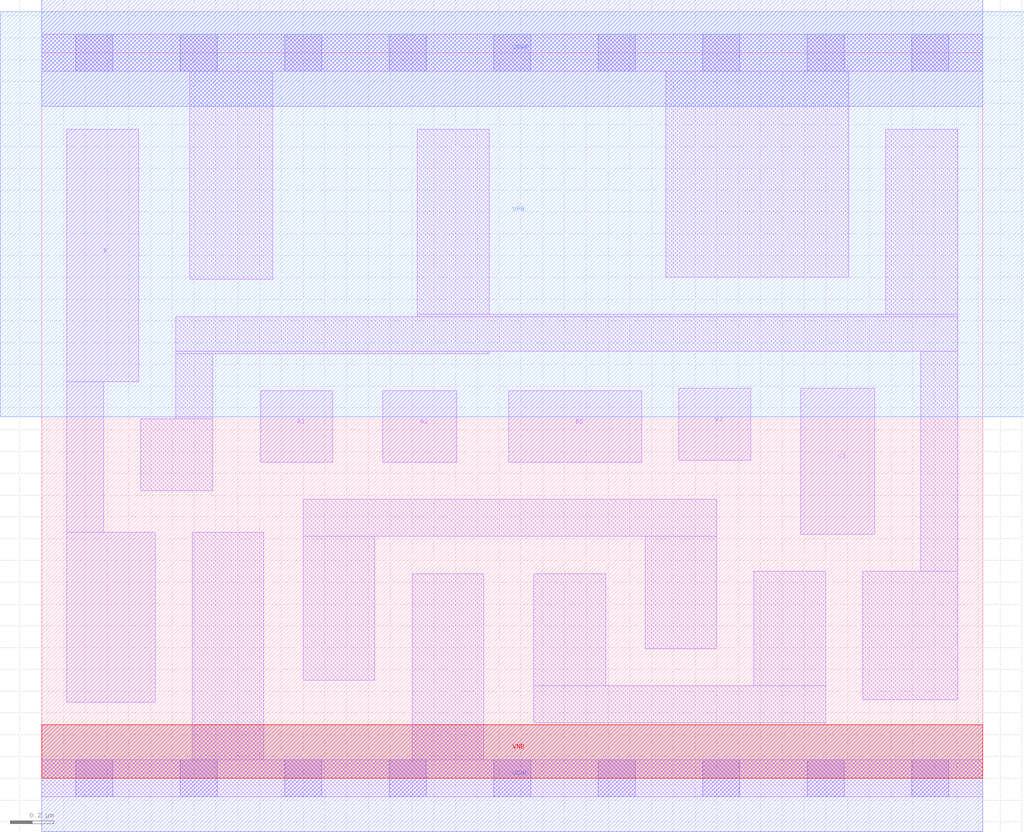
<source format=lef>
# Copyright 2020 The SkyWater PDK Authors
#
# Licensed under the Apache License, Version 2.0 (the "License");
# you may not use this file except in compliance with the License.
# You may obtain a copy of the License at
#
#     https://www.apache.org/licenses/LICENSE-2.0
#
# Unless required by applicable law or agreed to in writing, software
# distributed under the License is distributed on an "AS IS" BASIS,
# WITHOUT WARRANTIES OR CONDITIONS OF ANY KIND, either express or implied.
# See the License for the specific language governing permissions and
# limitations under the License.
#
# SPDX-License-Identifier: Apache-2.0

VERSION 5.7 ;
  NOWIREEXTENSIONATPIN ON ;
  DIVIDERCHAR "/" ;
  BUSBITCHARS "[]" ;
MACRO sky130_fd_sc_ms__o221a_1
  CLASS CORE ;
  FOREIGN sky130_fd_sc_ms__o221a_1 ;
  ORIGIN  0.000000  0.000000 ;
  SIZE  4.320000 BY  3.330000 ;
  SYMMETRY X Y ;
  SITE unit ;
  PIN A1
    ANTENNAGATEAREA  0.276000 ;
    DIRECTION INPUT ;
    USE SIGNAL ;
    PORT
      LAYER li1 ;
        RECT 1.005000 1.450000 1.335000 1.780000 ;
    END
  END A1
  PIN A2
    ANTENNAGATEAREA  0.276000 ;
    DIRECTION INPUT ;
    USE SIGNAL ;
    PORT
      LAYER li1 ;
        RECT 1.565000 1.450000 1.905000 1.780000 ;
    END
  END A2
  PIN B1
    ANTENNAGATEAREA  0.276000 ;
    DIRECTION INPUT ;
    USE SIGNAL ;
    PORT
      LAYER li1 ;
        RECT 2.925000 1.460000 3.255000 1.790000 ;
    END
  END B1
  PIN B2
    ANTENNAGATEAREA  0.276000 ;
    DIRECTION INPUT ;
    USE SIGNAL ;
    PORT
      LAYER li1 ;
        RECT 2.145000 1.450000 2.755000 1.780000 ;
    END
  END B2
  PIN C1
    ANTENNAGATEAREA  0.276000 ;
    DIRECTION INPUT ;
    USE SIGNAL ;
    PORT
      LAYER li1 ;
        RECT 3.485000 1.120000 3.825000 1.790000 ;
    END
  END C1
  PIN X
    ANTENNADIFFAREA  0.524500 ;
    DIRECTION OUTPUT ;
    USE SIGNAL ;
    PORT
      LAYER li1 ;
        RECT 0.115000 0.350000 0.520000 1.130000 ;
        RECT 0.115000 1.130000 0.285000 1.820000 ;
        RECT 0.115000 1.820000 0.445000 2.980000 ;
    END
  END X
  PIN VGND
    DIRECTION INOUT ;
    USE GROUND ;
    PORT
      LAYER met1 ;
        RECT 0.000000 -0.245000 4.320000 0.245000 ;
    END
  END VGND
  PIN VNB
    DIRECTION INOUT ;
    USE GROUND ;
    PORT
      LAYER pwell ;
        RECT 0.000000 0.000000 4.320000 0.245000 ;
    END
  END VNB
  PIN VPB
    DIRECTION INOUT ;
    USE POWER ;
    PORT
      LAYER nwell ;
        RECT -0.190000 1.660000 4.510000 3.520000 ;
    END
  END VPB
  PIN VPWR
    DIRECTION INOUT ;
    USE POWER ;
    PORT
      LAYER met1 ;
        RECT 0.000000 3.085000 4.320000 3.575000 ;
    END
  END VPWR
  OBS
    LAYER li1 ;
      RECT 0.000000 -0.085000 4.320000 0.085000 ;
      RECT 0.000000  3.245000 4.320000 3.415000 ;
      RECT 0.455000  1.320000 0.785000 1.650000 ;
      RECT 0.615000  1.650000 0.785000 1.950000 ;
      RECT 0.615000  1.950000 2.055000 1.960000 ;
      RECT 0.615000  1.960000 4.205000 2.120000 ;
      RECT 0.680000  2.290000 1.060000 3.245000 ;
      RECT 0.690000  0.085000 1.020000 1.130000 ;
      RECT 1.200000  0.450000 1.530000 1.110000 ;
      RECT 1.200000  1.110000 3.100000 1.280000 ;
      RECT 1.700000  0.085000 2.030000 0.940000 ;
      RECT 1.725000  2.120000 4.205000 2.130000 ;
      RECT 1.725000  2.130000 2.055000 2.980000 ;
      RECT 2.260000  0.255000 3.600000 0.425000 ;
      RECT 2.260000  0.425000 2.590000 0.940000 ;
      RECT 2.770000  0.595000 3.100000 1.110000 ;
      RECT 2.865000  2.300000 3.705000 3.245000 ;
      RECT 3.270000  0.425000 3.600000 0.950000 ;
      RECT 3.770000  0.360000 4.205000 0.950000 ;
      RECT 3.875000  2.130000 4.205000 2.980000 ;
      RECT 4.035000  0.950000 4.205000 1.960000 ;
    LAYER mcon ;
      RECT 0.155000 -0.085000 0.325000 0.085000 ;
      RECT 0.155000  3.245000 0.325000 3.415000 ;
      RECT 0.635000 -0.085000 0.805000 0.085000 ;
      RECT 0.635000  3.245000 0.805000 3.415000 ;
      RECT 1.115000 -0.085000 1.285000 0.085000 ;
      RECT 1.115000  3.245000 1.285000 3.415000 ;
      RECT 1.595000 -0.085000 1.765000 0.085000 ;
      RECT 1.595000  3.245000 1.765000 3.415000 ;
      RECT 2.075000 -0.085000 2.245000 0.085000 ;
      RECT 2.075000  3.245000 2.245000 3.415000 ;
      RECT 2.555000 -0.085000 2.725000 0.085000 ;
      RECT 2.555000  3.245000 2.725000 3.415000 ;
      RECT 3.035000 -0.085000 3.205000 0.085000 ;
      RECT 3.035000  3.245000 3.205000 3.415000 ;
      RECT 3.515000 -0.085000 3.685000 0.085000 ;
      RECT 3.515000  3.245000 3.685000 3.415000 ;
      RECT 3.995000 -0.085000 4.165000 0.085000 ;
      RECT 3.995000  3.245000 4.165000 3.415000 ;
  END
END sky130_fd_sc_ms__o221a_1
END LIBRARY

</source>
